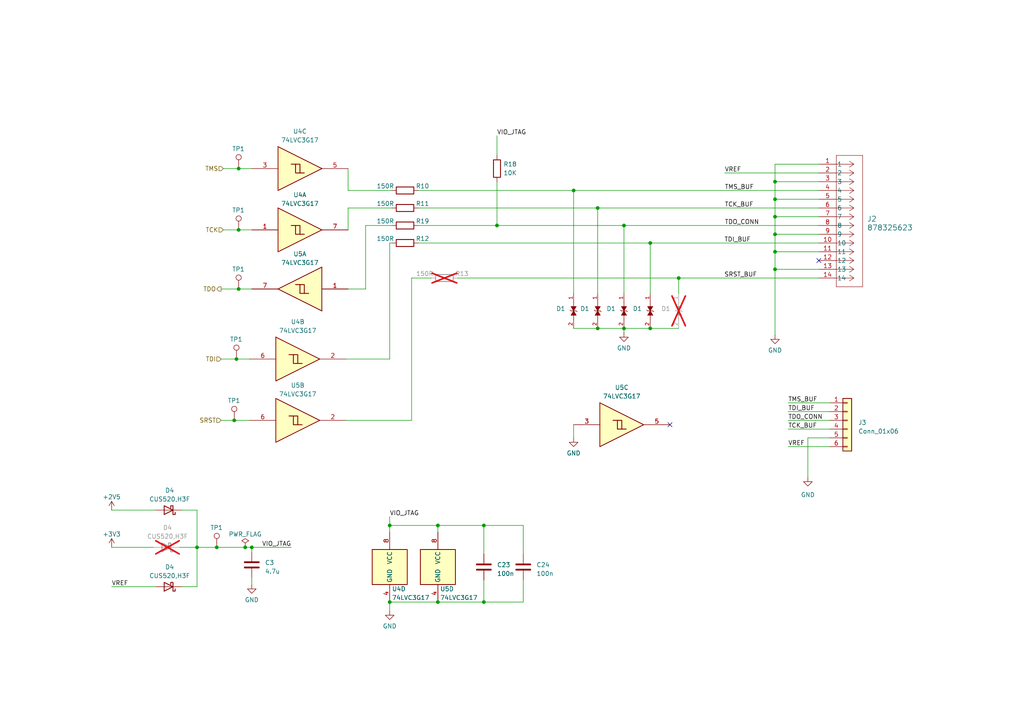
<source format=kicad_sch>
(kicad_sch (version 20230121) (generator eeschema)
  (paper "A4")
  (title_block (title "FTDI JTAG Programmer") (date "2024-10-11") (rev "1"))
  (lib_symbols
    (symbol "74xGxx:74LVC3G17"
      (property "Reference" "U" (at -2.54 7.62 0))
      (property "Value" "74LVC3G17" (at 2.54 -7.62 0))
      (symbol "74LVC3G17_1_1"
        (polyline (pts (xy -2.54 1.27) (xy -1.27 1.27) (xy -1.27 -1.27)) (stroke (width 0.254)) (fill (type background)))
        (polyline (pts (xy -7.62 6.35) (xy -7.62 -6.35) (xy 5.08 0) (xy -7.62 6.35)) (stroke (width 0.254)) (fill (type background)))
        (polyline (pts (xy -3.81 1.27) (xy -2.54 1.27) (xy -2.54 -1.27) (xy 0 -1.27)) (stroke (width 0.254)) (fill (type background)))
        (pin input line (at -15.24 0 0) (length 7.62) (name "~") (number "1"))
        (pin output line (at 12.7 0 180) (length 7.62) (name "~") (number "7"))
      )
      (symbol "74LVC3G17_2_1"
        (polyline (pts (xy -2.54 1.27) (xy -1.27 1.27) (xy -1.27 -1.27)) (stroke (width 0.254)) (fill (type background)))
        (polyline (pts (xy -7.62 6.35) (xy -7.62 -6.35) (xy 5.08 0) (xy -7.62 6.35)) (stroke (width 0.254)) (fill (type background)))
        (polyline (pts (xy -3.81 1.27) (xy -2.54 1.27) (xy -2.54 -1.27) (xy 0 -1.27)) (stroke (width 0.254)) (fill (type background)))
        (pin output line (at 12.7 0 180) (length 7.62) (name "~") (number "2"))
        (pin input line (at -15.24 0 0) (length 7.62) (name "~") (number "6"))
      )
      (symbol "74LVC3G17_3_1"
        (polyline (pts (xy -2.54 1.27) (xy -1.27 1.27) (xy -1.27 -1.27)) (stroke (width 0.254)) (fill (type background)))
        (polyline (pts (xy -7.62 6.35) (xy -7.62 -6.35) (xy 5.08 0) (xy -7.62 6.35)) (stroke (width 0.254)) (fill (type background)))
        (polyline (pts (xy -3.81 1.27) (xy -2.54 1.27) (xy -2.54 -1.27) (xy 0 -1.27)) (stroke (width 0.254)) (fill (type background)))
        (pin input line (at -15.24 0 0) (length 7.62) (name "~") (number "3"))
        (pin output line (at 12.7 0 180) (length 7.62) (name "~") (number "5"))
      )
      (symbol "74LVC3G17_4_0"
        (rectangle (start -5.08 -5.08) (end 5.08 5.08) (stroke (width 0.254)) (fill (type background)))
      )
      (symbol "74LVC3G17_4_1"
        (pin power_in line (at 0 -10.16 90) (length 5.08) (name "GND") (number "4"))
        (pin power_in line (at 0 10.16 270) (length 5.08) (name "VCC") (number "8"))
      )
    )
    (symbol "878325623:878325623" (pin_names (offset 0.254))
      (property "Reference" "J" (at 8.89 6.35 0))
      (property "Value" "878325623" (at 0 0 0))
      (symbol "878325623_1_1"
        (polyline (pts (xy 5.08 -35.56) (xy 12.7 -35.56)) (stroke (width 0.127)))
        (polyline (pts (xy 5.08 2.54) (xy 5.08 -35.56)) (stroke (width 0.127)))
        (polyline (pts (xy 10.16 -33.02) (xy 5.08 -33.02)) (stroke (width 0.127)))
        (polyline (pts (xy 10.16 -33.02) (xy 8.89 -33.8667)) (stroke (width 0.127)))
        (polyline (pts (xy 10.16 -33.02) (xy 8.89 -32.1733)) (stroke (width 0.127)))
        (polyline (pts (xy 10.16 -30.48) (xy 5.08 -30.48)) (stroke (width 0.127)))
        (polyline (pts (xy 10.16 -30.48) (xy 8.89 -31.3267)) (stroke (width 0.127)))
        (polyline (pts (xy 10.16 -30.48) (xy 8.89 -29.6333)) (stroke (width 0.127)))
        (polyline (pts (xy 10.16 -27.94) (xy 5.08 -27.94)) (stroke (width 0.127)))
        (polyline (pts (xy 10.16 -27.94) (xy 8.89 -28.7867)) (stroke (width 0.127)))
        (polyline (pts (xy 10.16 -27.94) (xy 8.89 -27.0933)) (stroke (width 0.127)))
        (polyline (pts (xy 10.16 -25.4) (xy 5.08 -25.4)) (stroke (width 0.127)))
        (polyline (pts (xy 10.16 -25.4) (xy 8.89 -26.2467)) (stroke (width 0.127)))
        (polyline (pts (xy 10.16 -25.4) (xy 8.89 -24.5533)) (stroke (width 0.127)))
        (polyline (pts (xy 10.16 -22.86) (xy 5.08 -22.86)) (stroke (width 0.127)))
        (polyline (pts (xy 10.16 -22.86) (xy 8.89 -23.7067)) (stroke (width 0.127)))
        (polyline (pts (xy 10.16 -22.86) (xy 8.89 -22.0133)) (stroke (width 0.127)))
        (polyline (pts (xy 10.16 -20.32) (xy 5.08 -20.32)) (stroke (width 0.127)))
        (polyline (pts (xy 10.16 -20.32) (xy 8.89 -21.1667)) (stroke (width 0.127)))
        (polyline (pts (xy 10.16 -20.32) (xy 8.89 -19.4733)) (stroke (width 0.127)))
        (polyline (pts (xy 10.16 -17.78) (xy 5.08 -17.78)) (stroke (width 0.127)))
        (polyline (pts (xy 10.16 -17.78) (xy 8.89 -18.6267)) (stroke (width 0.127)))
        (polyline (pts (xy 10.16 -17.78) (xy 8.89 -16.9333)) (stroke (width 0.127)))
        (polyline (pts (xy 10.16 -15.24) (xy 5.08 -15.24)) (stroke (width 0.127)))
        (polyline (pts (xy 10.16 -15.24) (xy 8.89 -16.0867)) (stroke (width 0.127)))
        (polyline (pts (xy 10.16 -15.24) (xy 8.89 -14.3933)) (stroke (width 0.127)))
        (polyline (pts (xy 10.16 -12.7) (xy 5.08 -12.7)) (stroke (width 0.127)))
        (polyline (pts (xy 10.16 -12.7) (xy 8.89 -13.5467)) (stroke (width 0.127)))
        (polyline (pts (xy 10.16 -12.7) (xy 8.89 -11.8533)) (stroke (width 0.127)))
        (polyline (pts (xy 10.16 -10.16) (xy 5.08 -10.16)) (stroke (width 0.127)))
        (polyline (pts (xy 10.16 -10.16) (xy 8.89 -11.0067)) (stroke (width 0.127)))
        (polyline (pts (xy 10.16 -10.16) (xy 8.89 -9.3133)) (stroke (width 0.127)))
        (polyline (pts (xy 10.16 -7.62) (xy 5.08 -7.62)) (stroke (width 0.127)))
        (polyline (pts (xy 10.16 -7.62) (xy 8.89 -8.4667)) (stroke (width 0.127)))
        (polyline (pts (xy 10.16 -7.62) (xy 8.89 -6.7733)) (stroke (width 0.127)))
        (polyline (pts (xy 10.16 -5.08) (xy 5.08 -5.08)) (stroke (width 0.127)))
        (polyline (pts (xy 10.16 -5.08) (xy 8.89 -5.9267)) (stroke (width 0.127)))
        (polyline (pts (xy 10.16 -5.08) (xy 8.89 -4.2333)) (stroke (width 0.127)))
        (polyline (pts (xy 10.16 -2.54) (xy 5.08 -2.54)) (stroke (width 0.127)))
        (polyline (pts (xy 10.16 -2.54) (xy 8.89 -3.3867)) (stroke (width 0.127)))
        (polyline (pts (xy 10.16 -2.54) (xy 8.89 -1.6933)) (stroke (width 0.127)))
        (polyline (pts (xy 10.16 0) (xy 5.08 0)) (stroke (width 0.127)))
        (polyline (pts (xy 10.16 0) (xy 8.89 -0.8467)) (stroke (width 0.127)))
        (polyline (pts (xy 10.16 0) (xy 8.89 0.8467)) (stroke (width 0.127)))
        (polyline (pts (xy 12.7 -35.56) (xy 12.7 2.54)) (stroke (width 0.127)))
        (polyline (pts (xy 12.7 2.54) (xy 5.08 2.54)) (stroke (width 0.127)))
        (pin unspecified line (at 0 0 0) (length 5.08) (name "1") (number "1"))
        (pin unspecified line (at 0 -22.86 0) (length 5.08) (name "10") (number "10"))
        (pin unspecified line (at 0 -25.4 0) (length 5.08) (name "11") (number "11"))
        (pin unspecified line (at 0 -27.94 0) (length 5.08) (name "12") (number "12"))
        (pin unspecified line (at 0 -30.48 0) (length 5.08) (name "13") (number "13"))
        (pin unspecified line (at 0 -33.02 0) (length 5.08) (name "14") (number "14"))
        (pin unspecified line (at 0 -2.54 0) (length 5.08) (name "2") (number "2"))
        (pin unspecified line (at 0 -5.08 0) (length 5.08) (name "3") (number "3"))
        (pin unspecified line (at 0 -7.62 0) (length 5.08) (name "4") (number "4"))
        (pin unspecified line (at 0 -10.16 0) (length 5.08) (name "5") (number "5"))
        (pin unspecified line (at 0 -12.7 0) (length 5.08) (name "6") (number "6"))
        (pin unspecified line (at 0 -15.24 0) (length 5.08) (name "7") (number "7"))
        (pin unspecified line (at 0 -17.78 0) (length 5.08) (name "8") (number "8"))
        (pin unspecified line (at 0 -20.32 0) (length 5.08) (name "9") (number "9"))
      )
      (symbol "878325623_1_2"
        (polyline (pts (xy 5.08 -35.56) (xy 12.7 -35.56)) (stroke (width 0.127)))
        (polyline (pts (xy 5.08 2.54) (xy 5.08 -35.56)) (stroke (width 0.127)))
        (polyline (pts (xy 7.62 -33.02) (xy 5.08 -33.02)) (stroke (width 0.127)))
        (polyline (pts (xy 7.62 -33.02) (xy 8.89 -33.8667)) (stroke (width 0.127)))
        (polyline (pts (xy 7.62 -33.02) (xy 8.89 -32.1733)) (stroke (width 0.127)))
        (polyline (pts (xy 7.62 -30.48) (xy 5.08 -30.48)) (stroke (width 0.127)))
        (polyline (pts (xy 7.62 -30.48) (xy 8.89 -31.3267)) (stroke (width 0.127)))
        (polyline (pts (xy 7.62 -30.48) (xy 8.89 -29.6333)) (stroke (width 0.127)))
        (polyline (pts (xy 7.62 -27.94) (xy 5.08 -27.94)) (stroke (width 0.127)))
        (polyline (pts (xy 7.62 -27.94) (xy 8.89 -28.7867)) (stroke (width 0.127)))
        (polyline (pts (xy 7.62 -27.94) (xy 8.89 -27.0933)) (stroke (width 0.127)))
        (polyline (pts (xy 7.62 -25.4) (xy 5.08 -25.4)) (stroke (width 0.127)))
        (polyline (pts (xy 7.62 -25.4) (xy 8.89 -26.2467)) (stroke (width 0.127)))
        (polyline (pts (xy 7.62 -25.4) (xy 8.89 -24.5533)) (stroke (width 0.127)))
        (polyline (pts (xy 7.62 -22.86) (xy 5.08 -22.86)) (stroke (width 0.127)))
        (polyline (pts (xy 7.62 -22.86) (xy 8.89 -23.7067)) (stroke (width 0.127)))
        (polyline (pts (xy 7.62 -22.86) (xy 8.89 -22.0133)) (stroke (width 0.127)))
        (polyline (pts (xy 7.62 -20.32) (xy 5.08 -20.32)) (stroke (width 0.127)))
        (polyline (pts (xy 7.62 -20.32) (xy 8.89 -21.1667)) (stroke (width 0.127)))
        (polyline (pts (xy 7.62 -20.32) (xy 8.89 -19.4733)) (stroke (width 0.127)))
        (polyline (pts (xy 7.62 -17.78) (xy 5.08 -17.78)) (stroke (width 0.127)))
        (polyline (pts (xy 7.62 -17.78) (xy 8.89 -18.6267)) (stroke (width 0.127)))
        (polyline (pts (xy 7.62 -17.78) (xy 8.89 -16.9333)) (stroke (width 0.127)))
        (polyline (pts (xy 7.62 -15.24) (xy 5.08 -15.24)) (stroke (width 0.127)))
        (polyline (pts (xy 7.62 -15.24) (xy 8.89 -16.0867)) (stroke (width 0.127)))
        (polyline (pts (xy 7.62 -15.24) (xy 8.89 -14.3933)) (stroke (width 0.127)))
        (polyline (pts (xy 7.62 -12.7) (xy 5.08 -12.7)) (stroke (width 0.127)))
        (polyline (pts (xy 7.62 -12.7) (xy 8.89 -13.5467)) (stroke (width 0.127)))
        (polyline (pts (xy 7.62 -12.7) (xy 8.89 -11.8533)) (stroke (width 0.127)))
        (polyline (pts (xy 7.62 -10.16) (xy 5.08 -10.16)) (stroke (width 0.127)))
        (polyline (pts (xy 7.62 -10.16) (xy 8.89 -11.0067)) (stroke (width 0.127)))
        (polyline (pts (xy 7.62 -10.16) (xy 8.89 -9.3133)) (stroke (width 0.127)))
        (polyline (pts (xy 7.62 -7.62) (xy 5.08 -7.62)) (stroke (width 0.127)))
        (polyline (pts (xy 7.62 -7.62) (xy 8.89 -8.4667)) (stroke (width 0.127)))
        (polyline (pts (xy 7.62 -7.62) (xy 8.89 -6.7733)) (stroke (width 0.127)))
        (polyline (pts (xy 7.62 -5.08) (xy 5.08 -5.08)) (stroke (width 0.127)))
        (polyline (pts (xy 7.62 -5.08) (xy 8.89 -5.9267)) (stroke (width 0.127)))
        (polyline (pts (xy 7.62 -5.08) (xy 8.89 -4.2333)) (stroke (width 0.127)))
        (polyline (pts (xy 7.62 -2.54) (xy 5.08 -2.54)) (stroke (width 0.127)))
        (polyline (pts (xy 7.62 -2.54) (xy 8.89 -3.3867)) (stroke (width 0.127)))
        (polyline (pts (xy 7.62 -2.54) (xy 8.89 -1.6933)) (stroke (width 0.127)))
        (polyline (pts (xy 7.62 0) (xy 5.08 0)) (stroke (width 0.127)))
        (polyline (pts (xy 7.62 0) (xy 8.89 -0.8467)) (stroke (width 0.127)))
        (polyline (pts (xy 7.62 0) (xy 8.89 0.8467)) (stroke (width 0.127)))
        (polyline (pts (xy 12.7 -35.56) (xy 12.7 2.54)) (stroke (width 0.127)))
        (polyline (pts (xy 12.7 2.54) (xy 5.08 2.54)) (stroke (width 0.127)))
        (pin unspecified line (at 0 0 0) (length 5.08) (name "1") (number "1"))
        (pin unspecified line (at 0 -22.86 0) (length 5.08) (name "10") (number "10"))
        (pin unspecified line (at 0 -25.4 0) (length 5.08) (name "11") (number "11"))
        (pin unspecified line (at 0 -27.94 0) (length 5.08) (name "12") (number "12"))
        (pin unspecified line (at 0 -30.48 0) (length 5.08) (name "13") (number "13"))
        (pin unspecified line (at 0 -33.02 0) (length 5.08) (name "14") (number "14"))
        (pin unspecified line (at 0 -2.54 0) (length 5.08) (name "2") (number "2"))
        (pin unspecified line (at 0 -5.08 0) (length 5.08) (name "3") (number "3"))
        (pin unspecified line (at 0 -7.62 0) (length 5.08) (name "4") (number "4"))
        (pin unspecified line (at 0 -10.16 0) (length 5.08) (name "5") (number "5"))
        (pin unspecified line (at 0 -12.7 0) (length 5.08) (name "6") (number "6"))
        (pin unspecified line (at 0 -15.24 0) (length 5.08) (name "7") (number "7"))
        (pin unspecified line (at 0 -17.78 0) (length 5.08) (name "8") (number "8"))
        (pin unspecified line (at 0 -20.32 0) (length 5.08) (name "9") (number "9"))
      )
    )
    (symbol "Connector:TestPoint" (pin_numbers hide) (pin_names (offset 0.762) hide)
      (property "Reference" "TP" (at 0 6.858 0))
      (property "Value" "TestPoint" (at 0 5.08 0))
      (symbol "TestPoint_0_1"
        (circle (center 0 3.302) (radius 0.762))
      )
      (symbol "TestPoint_1_1"
        (pin passive line (at 0 0 90) (length 2.54) (name "1") (number "1"))
      )
    )
    (symbol "Connector_Generic:Conn_01x06" (pin_names (offset 1.016) hide)
      (property "Reference" "J" (at 0 7.62 0))
      (property "Value" "Conn_01x06" (at 0 -10.16 0))
      (symbol "Conn_01x06_1_1"
        (rectangle (start -1.27 -7.493) (end 0 -7.747) (stroke (width 0.1524)))
        (rectangle (start -1.27 -4.953) (end 0 -5.207) (stroke (width 0.1524)))
        (rectangle (start -1.27 -2.413) (end 0 -2.667) (stroke (width 0.1524)))
        (rectangle (start -1.27 0.127) (end 0 -0.127) (stroke (width 0.1524)))
        (rectangle (start -1.27 2.667) (end 0 2.413) (stroke (width 0.1524)))
        (rectangle (start -1.27 5.207) (end 0 4.953) (stroke (width 0.1524)))
        (rectangle (start -1.27 6.35) (end 1.27 -8.89) (stroke (width 0.254)) (fill (type background)))
        (pin passive line (at -5.08 5.08 0) (length 3.81) (name "Pin_1") (number "1"))
        (pin passive line (at -5.08 2.54 0) (length 3.81) (name "Pin_2") (number "2"))
        (pin passive line (at -5.08 0 0) (length 3.81) (name "Pin_3") (number "3"))
        (pin passive line (at -5.08 -2.54 0) (length 3.81) (name "Pin_4") (number "4"))
        (pin passive line (at -5.08 -5.08 0) (length 3.81) (name "Pin_5") (number "5"))
        (pin passive line (at -5.08 -7.62 0) (length 3.81) (name "Pin_6") (number "6"))
      )
    )
    (symbol "Device:C" (pin_numbers hide) (pin_names (offset 0.254))
      (property "Reference" "C" (at 0.635 2.54 0))
      (property "Value" "C" (at 0.635 -2.54 0))
      (symbol "C_0_1"
        (polyline (pts (xy -2.032 -0.762) (xy 2.032 -0.762)) (stroke (width 0.508)))
        (polyline (pts (xy -2.032 0.762) (xy 2.032 0.762)) (stroke (width 0.508)))
      )
      (symbol "C_1_1"
        (pin passive line (at 0 3.81 270) (length 2.794) (name "~") (number "1"))
        (pin passive line (at 0 -3.81 90) (length 2.794) (name "~") (number "2"))
      )
    )
    (symbol "Device:D_Schottky" (pin_numbers hide) (pin_names (offset 1.016) hide)
      (property "Reference" "D" (at 0 2.54 0))
      (property "Value" "D_Schottky" (at 0 -2.54 0))
      (symbol "D_Schottky_0_1"
        (polyline (pts (xy 1.27 0) (xy -1.27 0)))
        (polyline (pts (xy 1.27 1.27) (xy 1.27 -1.27) (xy -1.27 0) (xy 1.27 1.27)) (stroke (width 0.254)))
        (polyline (pts (xy -1.905 0.635) (xy -1.905 1.27) (xy -1.27 1.27) (xy -1.27 -1.27) (xy -0.635 -1.27) (xy -0.635 -0.635)) (stroke (width 0.254)))
      )
      (symbol "D_Schottky_1_1"
        (pin passive line (at -3.81 0 0) (length 2.54) (name "K") (number "1"))
        (pin passive line (at 3.81 0 180) (length 2.54) (name "A") (number "2"))
      )
    )
    (symbol "Device:R" (pin_numbers hide) (pin_names (offset 0))
      (property "Reference" "R" (at 2.032 0 90))
      (property "Value" "R" (at 0 0 90))
      (symbol "R_0_1"
        (rectangle (start -1.016 -2.54) (end 1.016 2.54) (stroke (width 0.254)))
      )
      (symbol "R_1_1"
        (pin passive line (at 0 3.81 270) (length 1.27) (name "~") (number "1"))
        (pin passive line (at 0 -3.81 90) (length 1.27) (name "~") (number "2"))
      )
    )
    (symbol "PGB1010603MR:PGB1010603MR" (pin_names (offset 1.016))
      (property "Reference" "D" (at -5.08 2.54 0))
      (property "Value" "PGB1010603MR" (at -5.08 -5.08 0))
      (symbol "PGB1010603MR_0_0"
        (polyline (pts (xy -1.27 0) (xy -2.54 0)) (stroke (width 0.1524)))
        (polyline (pts (xy 0 -0.762) (xy -0.254 -1.016)) (stroke (width 0.1524)))
        (polyline (pts (xy 0 -0.762) (xy 0 0.762)) (stroke (width 0.1524)))
        (polyline (pts (xy 0 0.762) (xy 0.254 1.016)) (stroke (width 0.1524)))
        (polyline (pts (xy 1.27 0) (xy 2.54 0)) (stroke (width 0.1524)))
        (polyline (pts (xy 0 0) (xy -1.27 -0.762) (xy -1.27 0.762) (xy 0 0)) (stroke (width 0.1524)) (fill (type outline)))
        (polyline (pts (xy 0 0) (xy 1.27 0.762) (xy 1.27 -0.762) (xy 0 0)) (stroke (width 0.1524)) (fill (type outline)))
        (pin passive line (at -5.08 0 0) (length 2.54) (name "~") (number "1"))
        (pin passive line (at 5.08 0 180) (length 2.54) (name "~") (number "2"))
      )
    )
    (symbol "power:+2V5" (power) (pin_names (offset 0))
      (property "Value" "+2V5" (at 0 3.556 0))
      (symbol "+2V5_0_1"
        (polyline (pts (xy -0.762 1.27) (xy 0 2.54)))
        (polyline (pts (xy 0 0) (xy 0 2.54)))
        (polyline (pts (xy 0 2.54) (xy 0.762 1.27)))
      )
      (symbol "+2V5_1_1"
        (pin power_in line (at 0 0 90) (length 0) hide (name "+2V5") (number "1"))
      )
    )
    (symbol "power:+3V3" (power) (pin_names (offset 0))
      (property "Value" "+3V3" (at 0 3.556 0))
      (symbol "+3V3_0_1"
        (polyline (pts (xy -0.762 1.27) (xy 0 2.54)))
        (polyline (pts (xy 0 0) (xy 0 2.54)))
        (polyline (pts (xy 0 2.54) (xy 0.762 1.27)))
      )
      (symbol "+3V3_1_1"
        (pin power_in line (at 0 0 90) (length 0) hide (name "+3V3") (number "1"))
      )
    )
    (symbol "power:GND" (power) (pin_names (offset 0))
      (property "Value" "GND" (at 0 -3.81 0))
      (symbol "GND_0_1"
        (polyline (pts (xy 0 0) (xy 0 -1.27) (xy 1.27 -1.27) (xy 0 -2.54) (xy -1.27 -1.27) (xy 0 -1.27)))
      )
      (symbol "GND_1_1"
        (pin power_in line (at 0 0 270) (length 0) hide (name "GND") (number "1"))
      )
    )
    (symbol "power:PWR_FLAG" (power) (pin_numbers hide) (pin_names (offset 0) hide)
      (property "Value" "PWR_FLAG" (at 0 3.81 0))
      (symbol "PWR_FLAG_0_0"
        (pin power_out line (at 0 0 90) (length 0) (name "pwr") (number "1"))
      )
      (symbol "PWR_FLAG_0_1"
        (polyline (pts (xy 0 0) (xy 0 1.27) (xy -1.016 1.905) (xy 0 2.54) (xy 1.016 1.905) (xy 0 1.27)))
      )
    )
  )
  (junction (at 73.025 158.75))
  (junction (at 224.79 67.945))
  (junction (at 140.335 174.625))
  (junction (at 69.215 83.82))
  (junction (at 69.215 48.895))
  (junction (at 113.03 152.4))
  (junction (at 69.215 66.675))
  (junction (at 188.595 95.25))
  (junction (at 180.975 65.405))
  (junction (at 224.79 62.865))
  (junction (at 127 152.4))
  (junction (at 224.79 52.705))
  (junction (at 68.58 104.14))
  (junction (at 224.79 73.025))
  (junction (at 71.12 158.75))
  (junction (at 57.15 158.75))
  (junction (at 224.79 78.105))
  (junction (at 113.03 174.625))
  (junction (at 144.145 65.405))
  (junction (at 173.355 95.25))
  (junction (at 166.37 55.245))
  (junction (at 140.335 152.4))
  (junction (at 173.355 60.325))
  (junction (at 180.975 95.25))
  (junction (at 62.865 158.75))
  (junction (at 196.85 80.645))
  (junction (at 67.945 121.92))
  (junction (at 188.595 70.485))
  (junction (at 127 174.625))
  (junction (at 224.79 57.785))
  (no_connect (at 237.49 75.565))
  (no_connect (at 194.31 123.19))
  (wire (pts (xy 144.145 39.37) (xy 144.145 45.085)))
  (wire (pts (xy 73.025 158.75) (xy 84.455 158.75)))
  (wire (pts (xy 52.07 158.75) (xy 57.15 158.75)))
  (wire (pts (xy 173.355 95.25) (xy 180.975 95.25)))
  (wire (pts (xy 113.03 70.485) (xy 113.665 70.485)))
  (wire (pts (xy 73.025 158.75) (xy 73.025 160.02)))
  (wire (pts (xy 180.975 95.25) (xy 188.595 95.25)))
  (wire (pts (xy 224.79 47.625) (xy 224.79 52.705)))
  (wire (pts (xy 125.095 80.645) (xy 119.38 80.645)))
  (wire (pts (xy 113.03 70.485) (xy 113.03 104.14)))
  (wire (pts (xy 173.355 60.325) (xy 173.355 85.09)))
  (wire (pts (xy 151.765 160.655) (xy 151.765 152.4)))
  (wire (pts (xy 68.58 104.14) (xy 72.39 104.14)))
  (wire (pts (xy 188.595 95.25) (xy 196.85 95.25)))
  (wire (pts (xy 32.385 147.955) (xy 45.085 147.955)))
  (wire (pts (xy 224.79 73.025) (xy 237.49 73.025)))
  (wire (pts (xy 224.79 57.785) (xy 237.49 57.785)))
  (wire (pts (xy 180.975 95.25) (xy 180.975 96.52)))
  (wire (pts (xy 224.79 73.025) (xy 224.79 78.105)))
  (wire (pts (xy 224.79 67.945) (xy 237.49 67.945)))
  (wire (pts (xy 237.49 47.625) (xy 224.79 47.625)))
  (wire (pts (xy 166.37 55.245) (xy 237.49 55.245)))
  (wire (pts (xy 73.025 167.64) (xy 73.025 169.545)))
  (wire (pts (xy 121.285 55.245) (xy 166.37 55.245)))
  (wire (pts (xy 224.79 78.105) (xy 224.79 97.155)))
  (wire (pts (xy 228.6 124.46) (xy 240.665 124.46)))
  (wire (pts (xy 240.665 127) (xy 234.315 127)))
  (wire (pts (xy 106.045 83.82) (xy 106.045 65.405)))
  (wire (pts (xy 64.135 83.82) (xy 69.215 83.82)))
  (wire (pts (xy 132.715 80.645) (xy 196.85 80.645)))
  (wire (pts (xy 228.6 119.38) (xy 240.665 119.38)))
  (wire (pts (xy 151.765 168.275) (xy 151.765 174.625)))
  (wire (pts (xy 166.37 123.19) (xy 166.37 127)))
  (wire (pts (xy 140.335 174.625) (xy 127 174.625)))
  (wire (pts (xy 69.215 83.82) (xy 73.025 83.82)))
  (wire (pts (xy 224.79 62.865) (xy 224.79 67.945)))
  (wire (pts (xy 57.15 170.18) (xy 57.15 158.75)))
  (wire (pts (xy 228.6 129.54) (xy 240.665 129.54)))
  (wire (pts (xy 113.03 149.86) (xy 113.03 152.4)))
  (wire (pts (xy 151.765 152.4) (xy 140.335 152.4)))
  (wire (pts (xy 166.37 55.245) (xy 166.37 85.09)))
  (wire (pts (xy 64.135 121.92) (xy 67.945 121.92)))
  (wire (pts (xy 210.185 50.165) (xy 237.49 50.165)))
  (wire (pts (xy 166.37 95.25) (xy 173.355 95.25)))
  (wire (pts (xy 64.135 104.14) (xy 68.58 104.14)))
  (wire (pts (xy 224.79 67.945) (xy 224.79 73.025)))
  (wire (pts (xy 106.045 65.405) (xy 113.665 65.405)))
  (wire (pts (xy 196.85 80.645) (xy 237.49 80.645)))
  (wire (pts (xy 228.6 116.84) (xy 240.665 116.84)))
  (wire (pts (xy 113.03 152.4) (xy 127 152.4)))
  (wire (pts (xy 57.15 147.955) (xy 57.15 158.75)))
  (wire (pts (xy 224.79 62.865) (xy 237.49 62.865)))
  (wire (pts (xy 140.335 168.275) (xy 140.335 174.625)))
  (wire (pts (xy 127 152.4) (xy 140.335 152.4)))
  (wire (pts (xy 62.865 158.75) (xy 71.12 158.75)))
  (wire (pts (xy 234.315 127) (xy 234.315 138.43)))
  (wire (pts (xy 69.215 48.895) (xy 73.025 48.895)))
  (wire (pts (xy 100.965 83.82) (xy 106.045 83.82)))
  (wire (pts (xy 224.79 52.705) (xy 224.79 57.785)))
  (wire (pts (xy 119.38 121.92) (xy 100.33 121.92)))
  (wire (pts (xy 224.79 52.705) (xy 237.49 52.705)))
  (wire (pts (xy 144.145 52.705) (xy 144.145 65.405)))
  (wire (pts (xy 100.965 60.325) (xy 113.665 60.325)))
  (wire (pts (xy 71.12 158.75) (xy 73.025 158.75)))
  (wire (pts (xy 121.285 70.485) (xy 188.595 70.485)))
  (wire (pts (xy 121.285 65.405) (xy 144.145 65.405)))
  (wire (pts (xy 224.79 78.105) (xy 237.49 78.105)))
  (wire (pts (xy 113.03 152.4) (xy 113.03 154.305)))
  (wire (pts (xy 173.355 60.325) (xy 237.49 60.325)))
  (wire (pts (xy 62.865 158.75) (xy 57.15 158.75)))
  (wire (pts (xy 44.45 158.75) (xy 32.385 158.75)))
  (wire (pts (xy 180.975 65.405) (xy 180.975 85.09)))
  (wire (pts (xy 100.965 55.245) (xy 113.665 55.245)))
  (wire (pts (xy 57.15 147.955) (xy 52.705 147.955)))
  (wire (pts (xy 119.38 80.645) (xy 119.38 121.92)))
  (wire (pts (xy 144.145 65.405) (xy 180.975 65.405)))
  (wire (pts (xy 113.03 104.14) (xy 100.33 104.14)))
  (wire (pts (xy 64.77 48.895) (xy 69.215 48.895)))
  (wire (pts (xy 32.385 170.18) (xy 45.085 170.18)))
  (wire (pts (xy 224.79 57.785) (xy 224.79 62.865)))
  (wire (pts (xy 188.595 70.485) (xy 188.595 85.09)))
  (wire (pts (xy 140.335 152.4) (xy 140.335 160.655)))
  (wire (pts (xy 69.215 66.675) (xy 73.025 66.675)))
  (wire (pts (xy 151.765 174.625) (xy 140.335 174.625)))
  (wire (pts (xy 67.945 121.92) (xy 72.39 121.92)))
  (wire (pts (xy 64.77 66.675) (xy 69.215 66.675)))
  (wire (pts (xy 113.03 174.625) (xy 127 174.625)))
  (wire (pts (xy 180.975 65.405) (xy 237.49 65.405)))
  (wire (pts (xy 113.03 174.625) (xy 113.03 177.165)))
  (wire (pts (xy 121.285 60.325) (xy 173.355 60.325)))
  (wire (pts (xy 52.705 170.18) (xy 57.15 170.18)))
  (wire (pts (xy 196.85 80.645) (xy 196.85 85.09)))
  (wire (pts (xy 228.6 121.92) (xy 240.665 121.92)))
  (wire (pts (xy 100.965 48.895) (xy 100.965 55.245)))
  (wire (pts (xy 100.965 60.325) (xy 100.965 66.675)))
  (wire (pts (xy 188.595 70.485) (xy 237.49 70.485)))
  (wire (pts (xy 127 152.4) (xy 127 154.305)))
  (label "TMS_BUF" (at 210.185 55.245 0))
  (label "VREF" (at 228.6 129.54 0))
  (label "TDI_BUF" (at 228.6 119.38 0))
  (label "TDO_CONN" (at 210.185 65.405 0))
  (label "VIO_JTAG" (at 144.145 39.37 0))
  (label "VREF" (at 210.185 50.165 0))
  (label "TDO_CONN" (at 228.6 121.92 0))
  (label "TCK_BUF" (at 210.185 60.325 0))
  (label "VIO_JTAG" (at 113.03 149.86 0))
  (label "VIO_JTAG" (at 84.455 158.75 180))
  (label "TMS_BUF" (at 228.6 116.84 0))
  (label "TCK_BUF" (at 228.6 124.46 0))
  (label "TDI_BUF" (at 210.058 70.485 0))
  (label "VREF" (at 32.385 170.18 0))
  (label "SRST_BUF" (at 210.058 80.645 0))
  (hierarchical_label "SRST" (shape input) (at 64.135 121.92 180))
  (hierarchical_label "TDO" (shape output) (at 64.135 83.82 180))
  (hierarchical_label "TDI" (shape input) (at 64.135 104.14 180))
  (hierarchical_label "TCK" (shape input) (at 64.77 66.675 180))
  (hierarchical_label "TMS" (shape input) (at 64.77 48.895 180))
  (symbol (lib_id "74xGxx:74LVC3G17") (at 88.265 66.675 0) (unit 1)
    (property "Reference" "U4" (at 86.995 56.515 0))
    (property "Value" "74LVC3G17" (at 86.995 59.055 0))
    (property "Footprint" "Package_SO:VSSOP-8_3.0x3.0mm_P0.65mm" (effects hide))
    (property "Datasheet" "http://www.ti.com/lit/sg/scyt129e/scyt129e.pdf" (effects hide))
  )
  (symbol (lib_id "power:+3V3") (at 32.385 158.75 0) (unit 1)
    (property "Reference" "#PWR058" (effects hide))
    (property "Value" "+3V3" (at 32.385 154.94 0))
    (instances (project "JTAGProgrammer" (path "" (reference "#PWR058") (unit 1)) (path "" (reference "#PWR059") (unit 1))))
  )
  (symbol (lib_id "Device:C") (at 140.335 164.465 0) (unit 1)
    (property "Reference" "C23" (at 144.145 163.83 0) (effects (justify left)))
    (property "Value" "100n" (at 144.145 166.37 0) (effects (justify left)))
    (property "Footprint" "Capacitor_SMD:C_0603_1608Metric" (effects hide))
  )
  (symbol (lib_id "power:GND") (at 180.975 96.52 0) (unit 1)
    (property "Reference" "#PWR032" (effects hide))
    (property "Value" "GND" (at 180.975 100.965 0))
  )
  (symbol (lib_id "Device:R") (at 117.475 65.405 90) (unit 1)
    (property "Reference" "R19" (at 122.555 64.135 90))
    (property "Value" "150R" (at 111.76 64.135 90))
    (property "Footprint" "Resistor_SMD:R_0603_1608Metric" (effects hide))
  )
  (symbol (lib_id "power:GND") (at 234.315 138.43 0) (unit 1)
    (property "Reference" "#PWR027" (effects hide))
    (property "Value" "GND" (at 234.315 143.51 0))
  )
  (symbol (lib_id "878325623:878325623") (at 237.49 47.625 0) (unit 1)
    (property "Reference" "J2" (at 251.46 63.5 0) (effects (font (size 1.524 1.524)) (justify left)))
    (property "Value" "878325623" (at 251.46 66.04 0) (effects (font (size 1.524 1.524)) (justify left)))
    (property "Footprint" "878325623:CONN_87832-5623_MOL" (effects hide))
    (property "Datasheet" "878325623" (effects hide))
  )
  (symbol (lib_id "Connector:TestPoint") (at 69.215 66.675 0) (unit 1)
    (property "Reference" "TP1" (at 67.31 60.96 0) (effects (justify left)))
    (property "Value" "TestPoint" (effects hide))
    (property "Footprint" "TestPoint:TestPoint_Pad_D1.0mm" (effects hide))
    (instances (project "JTAGProgrammer" (path "" (reference "TP1") (unit 1)) (path "" (reference "TP4") (unit 1))))
  )
  (symbol (lib_id "Connector:TestPoint") (at 67.945 121.92 0) (unit 1)
    (property "Reference" "TP1" (at 66.04 116.205 0) (effects (justify left)))
    (property "Value" "TestPoint" (effects hide))
    (property "Footprint" "TestPoint:TestPoint_Pad_D1.0mm" (effects hide))
    (instances (project "JTAGProgrammer" (path "" (reference "TP1") (unit 1)) (path "" (reference "TP7") (unit 1))))
  )
  (symbol (lib_id "Connector:TestPoint") (at 62.865 158.75 0) (unit 1)
    (property "Reference" "TP1" (at 60.96 153.035 0) (effects (justify left)))
    (property "Value" "TestPoint" (effects hide))
    (property "Footprint" "TestPoint:TestPoint_Pad_D1.0mm" (effects hide))
    (instances (project "JTAGProgrammer" (path "" (reference "TP1") (unit 1)) (path "" (reference "TP13") (unit 1))))
  )
  (symbol (lib_id "power:PWR_FLAG") (at 71.12 158.75 0) (unit 1)
    (property "Reference" "#FLG04" (effects hide))
    (property "Value" "PWR_FLAG" (at 71.12 154.94 0))
  )
  (symbol (lib_id "Device:C") (at 151.765 164.465 0) (unit 1)
    (property "Reference" "C24" (at 155.575 163.83 0) (effects (justify left)))
    (property "Value" "100n" (at 155.575 166.37 0) (effects (justify left)))
    (property "Footprint" "Capacitor_SMD:C_0603_1608Metric" (effects hide))
  )
  (symbol (lib_id "power:+2V5") (at 32.385 147.955 0) (unit 1)
    (property "Reference" "#PWR044" (effects hide))
    (property "Value" "+2V5" (at 32.385 144.145 0))
  )
  (symbol (lib_id "Device:R") (at 117.475 55.245 90) (unit 1)
    (property "Reference" "R10" (at 122.555 53.975 90))
    (property "Value" "150R" (at 111.76 53.975 90))
    (property "Footprint" "Resistor_SMD:R_0603_1608Metric" (effects hide))
  )
  (symbol (lib_id "Device:D_Schottky") (at 48.895 170.18 180) (unit 1)
    (property "Reference" "D4" (at 49.2125 164.465 0))
    (property "Value" "CUS520,H3F" (at 49.2125 167.005 0))
    (property "Footprint" "Diode_SMD:D_SOD-323" (effects hide))
    (instances (project "JTAGProgrammer" (path "" (reference "D4") (unit 1)) (path "" (reference "D5") (unit 1))))
  )
  (symbol (lib_id "74xGxx:74LVC3G17") (at 87.63 104.14 0) (unit 2)
    (property "Reference" "U4" (at 86.36 93.345 0))
    (property "Value" "74LVC3G17" (at 86.36 95.885 0))
    (property "Footprint" "Package_SO:VSSOP-8_3.0x3.0mm_P0.65mm" (effects hide))
    (property "Datasheet" "http://www.ti.com/lit/sg/scyt129e/scyt129e.pdf" (effects hide))
  )
  (symbol (lib_id "power:GND") (at 166.37 127 0) (unit 1)
    (property "Reference" "#PWR053" (effects hide))
    (property "Value" "GND" (at 166.37 131.445 0))
  )
  (symbol (lib_id "Device:C") (at 73.025 163.83 0) (unit 1)
    (property "Reference" "C3" (at 76.835 163.195 0) (effects (justify left)))
    (property "Value" "4.7u" (at 76.835 165.735 0) (effects (justify left)))
    (property "Footprint" "Capacitor_SMD:C_1206_3216Metric" (effects hide))
    (instances (project "JTAGProgrammer" (path "" (reference "C3") (unit 1)) (path "" (reference "C8") (unit 1)) (path "" (reference "C32") (unit 1)) (path "" (reference "C33") (unit 1))))
  )
  (symbol (lib_id "Device:R") (at 128.905 80.645 90) (unit 1) (in_bom no) (dnp yes)
    (property "Reference" "R13" (at 133.985 79.375 90))
    (property "Value" "150R" (at 123.19 79.375 90))
    (property "Footprint" "Resistor_SMD:R_0603_1608Metric" (effects hide))
  )
  (symbol (lib_id "Device:R") (at 144.145 48.895 180) (unit 1)
    (property "Reference" "R18" (at 147.955 47.625 0))
    (property "Value" "10K" (at 147.955 50.165 0))
    (property "Footprint" "Resistor_SMD:R_0603_1608Metric" (effects hide))
    (instances (project "JTAGProgrammer" (path "" (reference "R18") (unit 1)) (path "" (reference "R16") (unit 1))))
  )
  (symbol (lib_id "PGB1010603MR:PGB1010603MR") (at 180.975 90.17 270) (unit 1)
    (property "Reference" "D1" (at 175.895 89.535 90) (effects (justify left)))
    (property "Value" "PGB1010603MR" (effects hide))
    (property "Footprint" "PGB1010603MR:DIOC1608X36N" (effects hide))
    (property "PARTREV" "07/27/15" (effects hide))
    (property "STANDARD" "Manufacturer recommendations" (effects hide))
    (property "MAXIMUM_PACKAGE_HEIGHT" "0.36 mm" (effects hide))
    (property "MANUFACTURER" "Littelfuse Inc." (effects hide))
    (instances (project "JTAGProgrammer" (path "" (reference "D1") (unit 1)) (path "" (reference "D8") (unit 1))))
  )
  (symbol (lib_id "Device:R") (at 117.475 70.485 90) (unit 1)
    (property "Reference" "R12" (at 122.555 69.215 90))
    (property "Value" "150R" (at 111.76 69.215 90))
    (property "Footprint" "Resistor_SMD:R_0603_1608Metric" (effects hide))
  )
  (symbol (lib_id "74xGxx:74LVC3G17") (at 87.63 121.92 0) (unit 2)
    (property "Reference" "U5" (at 86.36 111.76 0))
    (property "Value" "74LVC3G17" (at 86.36 114.3 0))
    (property "Footprint" "Package_SO:VSSOP-8_3.0x3.0mm_P0.65mm" (effects hide))
    (property "Datasheet" "http://www.ti.com/lit/sg/scyt129e/scyt129e.pdf" (effects hide))
  )
  (symbol (lib_id "74xGxx:74LVC3G17") (at 85.725 83.82 180) (unit 1)
    (property "Reference" "U5" (at 86.995 73.66 0))
    (property "Value" "74LVC3G17" (at 86.995 76.2 0))
    (property "Footprint" "Package_SO:VSSOP-8_3.0x3.0mm_P0.65mm" (effects hide))
    (property "Datasheet" "http://www.ti.com/lit/sg/scyt129e/scyt129e.pdf" (effects hide))
  )
  (symbol (lib_id "Connector:TestPoint") (at 68.58 104.14 0) (unit 1)
    (property "Reference" "TP1" (at 66.675 98.425 0) (effects (justify left)))
    (property "Value" "TestPoint" (effects hide))
    (property "Footprint" "TestPoint:TestPoint_Pad_D1.0mm" (effects hide))
    (instances (project "JTAGProgrammer" (path "" (reference "TP1") (unit 1)) (path "" (reference "TP6") (unit 1))))
  )
  (symbol (lib_id "PGB1010603MR:PGB1010603MR") (at 188.595 90.17 270) (unit 1)
    (property "Reference" "D1" (at 183.515 89.535 90) (effects (justify left)))
    (property "Value" "PGB1010603MR" (effects hide))
    (property "Footprint" "PGB1010603MR:DIOC1608X36N" (effects hide))
    (property "PARTREV" "07/27/15" (effects hide))
    (property "STANDARD" "Manufacturer recommendations" (effects hide))
    (property "MAXIMUM_PACKAGE_HEIGHT" "0.36 mm" (effects hide))
    (property "MANUFACTURER" "Littelfuse Inc." (effects hide))
    (instances (project "JTAGProgrammer" (path "" (reference "D1") (unit 1)) (path "" (reference "D7") (unit 1))))
  )
  (symbol (lib_id "74xGxx:74LVC3G17") (at 88.265 48.895 0) (unit 3)
    (property "Reference" "U4" (at 86.995 38.1 0))
    (property "Value" "74LVC3G17" (at 86.995 40.64 0))
    (property "Footprint" "Package_SO:VSSOP-8_3.0x3.0mm_P0.65mm" (effects hide))
    (property "Datasheet" "http://www.ti.com/lit/sg/scyt129e/scyt129e.pdf" (effects hide))
  )
  (symbol (lib_id "74xGxx:74LVC3G17") (at 113.03 164.465 0) (unit 4)
    (property "Reference" "U4" (at 113.665 170.815 0) (effects (justify left)))
    (property "Value" "74LVC3G17" (at 113.665 173.355 0) (effects (justify left)))
    (property "Footprint" "Package_SO:VSSOP-8_3.0x3.0mm_P0.65mm" (effects hide))
    (property "Datasheet" "http://www.ti.com/lit/sg/scyt129e/scyt129e.pdf" (effects hide))
  )
  (symbol (lib_id "PGB1010603MR:PGB1010603MR") (at 173.355 90.17 270) (unit 1)
    (property "Reference" "D1" (at 168.275 89.535 90) (effects (justify left)))
    (property "Value" "PGB1010603MR" (effects hide))
    (property "Footprint" "PGB1010603MR:DIOC1608X36N" (effects hide))
    (property "PARTREV" "07/27/15" (effects hide))
    (property "STANDARD" "Manufacturer recommendations" (effects hide))
    (property "MAXIMUM_PACKAGE_HEIGHT" "0.36 mm" (effects hide))
    (property "MANUFACTURER" "Littelfuse Inc." (effects hide))
    (instances (project "JTAGProgrammer" (path "" (reference "D1") (unit 1)) (path "" (reference "D9") (unit 1))))
  )
  (symbol (lib_id "74xGxx:74LVC3G17") (at 127 164.465 0) (unit 4)
    (property "Reference" "U5" (at 127.635 170.815 0) (effects (justify left)))
    (property "Value" "74LVC3G17" (at 127.635 173.355 0) (effects (justify left)))
    (property "Footprint" "Package_SO:VSSOP-8_3.0x3.0mm_P0.65mm" (effects hide))
    (property "Datasheet" "http://www.ti.com/lit/sg/scyt129e/scyt129e.pdf" (effects hide))
  )
  (symbol (lib_id "Connector:TestPoint") (at 69.215 83.82 0) (unit 1)
    (property "Reference" "TP1" (at 67.31 78.105 0) (effects (justify left)))
    (property "Value" "TestPoint" (effects hide))
    (property "Footprint" "TestPoint:TestPoint_Pad_D1.0mm" (effects hide))
    (instances (project "JTAGProgrammer" (path "" (reference "TP1") (unit 1)) (path "" (reference "TP5") (unit 1))))
  )
  (symbol (lib_id "PGB1010603MR:PGB1010603MR") (at 166.37 90.17 270) (unit 1)
    (property "Reference" "D1" (at 161.29 89.535 90) (effects (justify left)))
    (property "Value" "PGB1010603MR" (effects hide))
    (property "Footprint" "PGB1010603MR:DIOC1608X36N" (effects hide))
    (property "PARTREV" "07/27/15" (effects hide))
    (property "STANDARD" "Manufacturer recommendations" (effects hide))
    (property "MAXIMUM_PACKAGE_HEIGHT" "0.36 mm" (effects hide))
    (property "MANUFACTURER" "Littelfuse Inc." (effects hide))
    (instances (project "JTAGProgrammer" (path "" (reference "D1") (unit 1)) (path "" (reference "D10") (unit 1))))
  )
  (symbol (lib_id "74xGxx:74LVC3G17") (at 181.61 123.19 0) (unit 3)
    (property "Reference" "U5" (at 180.34 112.395 0))
    (property "Value" "74LVC3G17" (at 180.34 114.935 0))
    (property "Footprint" "Package_SO:VSSOP-8_3.0x3.0mm_P0.65mm" (effects hide))
    (property "Datasheet" "http://www.ti.com/lit/sg/scyt129e/scyt129e.pdf" (effects hide))
  )
  (symbol (lib_id "Connector:TestPoint") (at 69.215 48.895 0) (unit 1)
    (property "Reference" "TP1" (at 67.31 43.18 0) (effects (justify left)))
    (property "Value" "TestPoint" (effects hide))
    (property "Footprint" "TestPoint:TestPoint_Pad_D1.0mm" (effects hide))
    (instances (project "JTAGProgrammer" (path "" (reference "TP1") (unit 1)) (path "" (reference "TP3") (unit 1))))
  )
  (symbol (lib_id "power:GND") (at 73.025 169.545 0) (unit 1)
    (property "Reference" "#PWR057" (effects hide))
    (property "Value" "GND" (at 73.025 173.99 0))
  )
  (symbol (lib_id "power:GND") (at 224.79 97.155 0) (unit 1)
    (property "Reference" "#PWR026" (effects hide))
    (property "Value" "GND" (at 224.79 101.6 0))
  )
  (symbol (lib_id "Connector_Generic:Conn_01x06") (at 245.745 121.92 0) (unit 1)
    (property "Reference" "J3" (at 248.92 122.555 0) (effects (justify left)))
    (property "Value" "Conn_01x06" (at 248.92 125.095 0) (effects (justify left)))
    (property "Footprint" "Connector_PinSocket_2.54mm:PinSocket_1x06_P2.54mm_Vertical" (effects hide))
  )
  (symbol (lib_id "Device:D_Schottky") (at 48.895 147.955 180) (unit 1)
    (property "Reference" "D4" (at 49.2125 142.24 0))
    (property "Value" "CUS520,H3F" (at 49.2125 144.78 0))
    (property "Footprint" "Diode_SMD:D_SOD-323" (effects hide))
  )
  (symbol (lib_id "power:GND") (at 113.03 177.165 0) (unit 1)
    (property "Reference" "#PWR028" (effects hide))
    (property "Value" "GND" (at 113.03 181.61 0))
  )
  (symbol (lib_id "Device:R") (at 117.475 60.325 90) (unit 1)
    (property "Reference" "R11" (at 122.555 59.055 90))
    (property "Value" "150R" (at 111.76 59.055 90))
    (property "Footprint" "Resistor_SMD:R_0603_1608Metric" (effects hide))
  )
  (symbol (lib_id "Device:D_Schottky") (at 48.26 158.75 180) (unit 1) (in_bom no) (dnp yes)
    (property "Reference" "D4" (at 48.5775 153.035 0))
    (property "Value" "CUS520,H3F" (at 48.5775 155.575 0))
    (property "Footprint" "Diode_SMD:D_SOD-323" (effects hide))
    (instances (project "JTAGProgrammer" (path "" (reference "D4") (unit 1)) (path "" (reference "D18") (unit 1)) (path "" (reference "D17") (unit 1))))
  )
  (symbol (lib_id "PGB1010603MR:PGB1010603MR") (at 196.85 90.17 270) (unit 1) (in_bom no) (dnp yes)
    (property "Reference" "D1" (at 191.77 89.535 90) (effects (justify left)))
    (property "Value" "PGB1010603MR" (effects hide))
    (property "Footprint" "PGB1010603MR:DIOC1608X36N" (effects hide))
    (property "PARTREV" "07/27/15" (effects hide))
    (property "STANDARD" "Manufacturer recommendations" (effects hide))
    (property "MAXIMUM_PACKAGE_HEIGHT" "0.36 mm" (effects hide))
    (property "MANUFACTURER" "Littelfuse Inc." (effects hide))
    (instances (project "JTAGProgrammer" (path "" (reference "D1") (unit 1)) (path "" (reference "D6") (unit 1))))
  )
)
</source>
